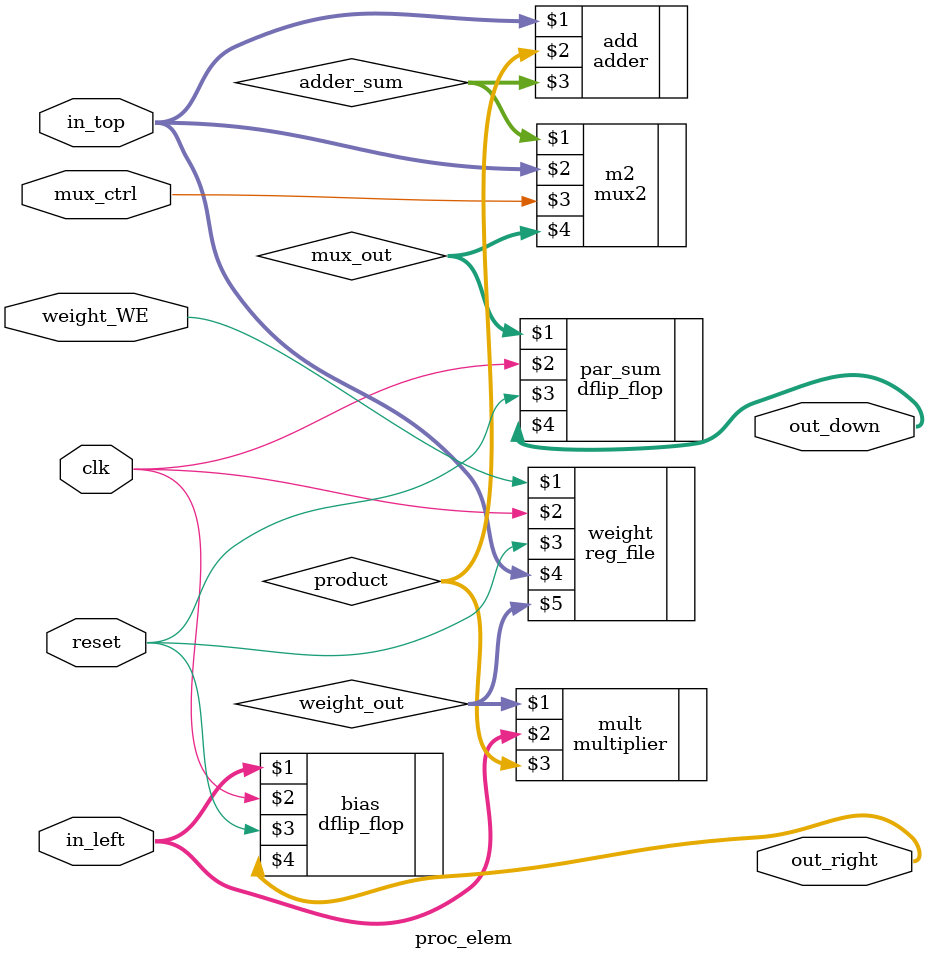
<source format=v>


module proc_elem(out_down, out_right, in_top, in_left, 
                 weight_WE, mux_ctrl, clk, reset);
// PARAMETERS
parameter DATA_WIDTH = 16;
// INPUTS
input clk;
input reset;
input [DATA_WIDTH-1:0] in_top;
input [DATA_WIDTH-1:0] in_left;
input weight_WE;
input mux_ctrl;
//--------------------------
// OUTPUTS
output [DATA_WIDTH-1:0] out_down;
output [DATA_WIDTH-1:0] out_right;
//--------------------------

// WIRES
wire [DATA_WIDTH-1:0] weight_out;
wire [DATA_WIDTH-1:0] product;
wire [DATA_WIDTH-1:0] adder_sum;
wire [DATA_WIDTH-1:0] mux_out;
//--------------------------
// REGISTERS
//--------------------------
// INSTANCES
reg_file weight(weight_WE, clk, reset, in_top, weight_out);
dflip_flop bias(in_left, clk, reset, out_right);
adder add(in_top, product, adder_sum);
multiplier mult(weight_out, in_left, product);
mux2 m2(adder_sum, in_top, mux_ctrl, mux_out);
dflip_flop par_sum(mux_out, clk, reset, out_down);
//--------------------------


endmodule
</source>
